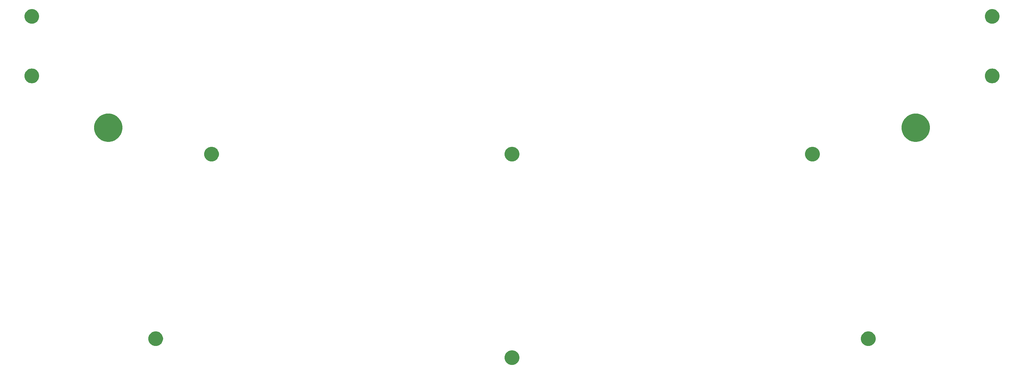
<source format=gts>
G04 #@! TF.GenerationSoftware,KiCad,Pcbnew,(5.1.5)-3*
G04 #@! TF.CreationDate,2020-03-22T13:43:00+11:00*
G04 #@! TF.ProjectId,discipline-pcb,64697363-6970-46c6-996e-652d7063622e,rev?*
G04 #@! TF.SameCoordinates,Original*
G04 #@! TF.FileFunction,Soldermask,Top*
G04 #@! TF.FilePolarity,Negative*
%FSLAX46Y46*%
G04 Gerber Fmt 4.6, Leading zero omitted, Abs format (unit mm)*
G04 Created by KiCad (PCBNEW (5.1.5)-3) date 2020-03-22 13:43:00*
%MOMM*%
%LPD*%
G04 APERTURE LIST*
%ADD10C,0.100000*%
G04 APERTURE END LIST*
D10*
G36*
X213265759Y-159965516D02*
G01*
X213646472Y-160041244D01*
X214056128Y-160210929D01*
X214424808Y-160457274D01*
X214738345Y-160770811D01*
X214984690Y-161139491D01*
X215154375Y-161549147D01*
X215240879Y-161984036D01*
X215240879Y-162427444D01*
X215154375Y-162862333D01*
X214984690Y-163271989D01*
X214738345Y-163640669D01*
X214424808Y-163954206D01*
X214056128Y-164200551D01*
X213646472Y-164370236D01*
X213265759Y-164445964D01*
X213211584Y-164456740D01*
X212768174Y-164456740D01*
X212713999Y-164445964D01*
X212333286Y-164370236D01*
X211923630Y-164200551D01*
X211554950Y-163954206D01*
X211241413Y-163640669D01*
X210995068Y-163271989D01*
X210825383Y-162862333D01*
X210738879Y-162427444D01*
X210738879Y-161984036D01*
X210825383Y-161549147D01*
X210995068Y-161139491D01*
X211241413Y-160770811D01*
X211554950Y-160457274D01*
X211923630Y-160210929D01*
X212333286Y-160041244D01*
X212713999Y-159965516D01*
X212768174Y-159954740D01*
X213211584Y-159954740D01*
X213265759Y-159965516D01*
G37*
G36*
X322913217Y-154154366D02*
G01*
X323293930Y-154230094D01*
X323703586Y-154399779D01*
X324072266Y-154646124D01*
X324385803Y-154959661D01*
X324632148Y-155328341D01*
X324801833Y-155737997D01*
X324888337Y-156172886D01*
X324888337Y-156616294D01*
X324801833Y-157051183D01*
X324632148Y-157460839D01*
X324385803Y-157829519D01*
X324072266Y-158143056D01*
X323703586Y-158389401D01*
X323293930Y-158559086D01*
X322913217Y-158634814D01*
X322859042Y-158645590D01*
X322415632Y-158645590D01*
X322361457Y-158634814D01*
X321980744Y-158559086D01*
X321571088Y-158389401D01*
X321202408Y-158143056D01*
X320888871Y-157829519D01*
X320642526Y-157460839D01*
X320472841Y-157051183D01*
X320386337Y-156616294D01*
X320386337Y-156172886D01*
X320472841Y-155737997D01*
X320642526Y-155328341D01*
X320888871Y-154959661D01*
X321202408Y-154646124D01*
X321571088Y-154399779D01*
X321980744Y-154230094D01*
X322361457Y-154154366D01*
X322415632Y-154143590D01*
X322859042Y-154143590D01*
X322913217Y-154154366D01*
G37*
G36*
X103618302Y-154154366D02*
G01*
X103999015Y-154230094D01*
X104408671Y-154399779D01*
X104777351Y-154646124D01*
X105090888Y-154959661D01*
X105337233Y-155328341D01*
X105506918Y-155737997D01*
X105593422Y-156172886D01*
X105593422Y-156616294D01*
X105506918Y-157051183D01*
X105337233Y-157460839D01*
X105090888Y-157829519D01*
X104777351Y-158143056D01*
X104408671Y-158389401D01*
X103999015Y-158559086D01*
X103618302Y-158634814D01*
X103564127Y-158645590D01*
X103120717Y-158645590D01*
X103066542Y-158634814D01*
X102685829Y-158559086D01*
X102276173Y-158389401D01*
X101907493Y-158143056D01*
X101593956Y-157829519D01*
X101347611Y-157460839D01*
X101177926Y-157051183D01*
X101091422Y-156616294D01*
X101091422Y-156172886D01*
X101177926Y-155737997D01*
X101347611Y-155328341D01*
X101593956Y-154959661D01*
X101907493Y-154646124D01*
X102276173Y-154399779D01*
X102685829Y-154230094D01*
X103066542Y-154154366D01*
X103120717Y-154143590D01*
X103564127Y-154143590D01*
X103618302Y-154154366D01*
G37*
G36*
X120807137Y-97310400D02*
G01*
X121187850Y-97386128D01*
X121597506Y-97555813D01*
X121966186Y-97802158D01*
X122279723Y-98115695D01*
X122526068Y-98484375D01*
X122695753Y-98894031D01*
X122782257Y-99328920D01*
X122782257Y-99772328D01*
X122695753Y-100207217D01*
X122526068Y-100616873D01*
X122279723Y-100985553D01*
X121966186Y-101299090D01*
X121597506Y-101545435D01*
X121187850Y-101715120D01*
X120807137Y-101790848D01*
X120752962Y-101801624D01*
X120309552Y-101801624D01*
X120255377Y-101790848D01*
X119874664Y-101715120D01*
X119465008Y-101545435D01*
X119096328Y-101299090D01*
X118782791Y-100985553D01*
X118536446Y-100616873D01*
X118366761Y-100207217D01*
X118280257Y-99772328D01*
X118280257Y-99328920D01*
X118366761Y-98894031D01*
X118536446Y-98484375D01*
X118782791Y-98115695D01*
X119096328Y-97802158D01*
X119465008Y-97555813D01*
X119874664Y-97386128D01*
X120255377Y-97310400D01*
X120309552Y-97299624D01*
X120752962Y-97299624D01*
X120807137Y-97310400D01*
G37*
G36*
X213265759Y-97310400D02*
G01*
X213646472Y-97386128D01*
X214056128Y-97555813D01*
X214424808Y-97802158D01*
X214738345Y-98115695D01*
X214984690Y-98484375D01*
X215154375Y-98894031D01*
X215240879Y-99328920D01*
X215240879Y-99772328D01*
X215154375Y-100207217D01*
X214984690Y-100616873D01*
X214738345Y-100985553D01*
X214424808Y-101299090D01*
X214056128Y-101545435D01*
X213646472Y-101715120D01*
X213265759Y-101790848D01*
X213211584Y-101801624D01*
X212768174Y-101801624D01*
X212713999Y-101790848D01*
X212333286Y-101715120D01*
X211923630Y-101545435D01*
X211554950Y-101299090D01*
X211241413Y-100985553D01*
X210995068Y-100616873D01*
X210825383Y-100207217D01*
X210738879Y-99772328D01*
X210738879Y-99328920D01*
X210825383Y-98894031D01*
X210995068Y-98484375D01*
X211241413Y-98115695D01*
X211554950Y-97802158D01*
X211923630Y-97555813D01*
X212333286Y-97386128D01*
X212713999Y-97310400D01*
X212768174Y-97299624D01*
X213211584Y-97299624D01*
X213265759Y-97310400D01*
G37*
G36*
X305724382Y-97310400D02*
G01*
X306105095Y-97386128D01*
X306514751Y-97555813D01*
X306883431Y-97802158D01*
X307196968Y-98115695D01*
X307443313Y-98484375D01*
X307612998Y-98894031D01*
X307699502Y-99328920D01*
X307699502Y-99772328D01*
X307612998Y-100207217D01*
X307443313Y-100616873D01*
X307196968Y-100985553D01*
X306883431Y-101299090D01*
X306514751Y-101545435D01*
X306105095Y-101715120D01*
X305724382Y-101790848D01*
X305670207Y-101801624D01*
X305226797Y-101801624D01*
X305172622Y-101790848D01*
X304791909Y-101715120D01*
X304382253Y-101545435D01*
X304013573Y-101299090D01*
X303700036Y-100985553D01*
X303453691Y-100616873D01*
X303284006Y-100207217D01*
X303197502Y-99772328D01*
X303197502Y-99328920D01*
X303284006Y-98894031D01*
X303453691Y-98484375D01*
X303700036Y-98115695D01*
X304013573Y-97802158D01*
X304382253Y-97555813D01*
X304791909Y-97386128D01*
X305172622Y-97310400D01*
X305226797Y-97299624D01*
X305670207Y-97299624D01*
X305724382Y-97310400D01*
G37*
G36*
X89298012Y-87082346D02*
G01*
X90018996Y-87225758D01*
X90810828Y-87553745D01*
X91523457Y-88029909D01*
X92129499Y-88635951D01*
X92605663Y-89348580D01*
X92933650Y-90140412D01*
X93100856Y-90981016D01*
X93100856Y-91838088D01*
X92933650Y-92678692D01*
X92605663Y-93470524D01*
X92129499Y-94183153D01*
X91523457Y-94789195D01*
X90810828Y-95265359D01*
X90018996Y-95593346D01*
X89298012Y-95736758D01*
X89178393Y-95760552D01*
X88321319Y-95760552D01*
X88201700Y-95736758D01*
X87480716Y-95593346D01*
X86688884Y-95265359D01*
X85976255Y-94789195D01*
X85370213Y-94183153D01*
X84894049Y-93470524D01*
X84566062Y-92678692D01*
X84398856Y-91838088D01*
X84398856Y-90981016D01*
X84566062Y-90140412D01*
X84894049Y-89348580D01*
X85370213Y-88635951D01*
X85976255Y-88029909D01*
X86688884Y-87553745D01*
X87480716Y-87225758D01*
X88201700Y-87082346D01*
X88321319Y-87058552D01*
X89178393Y-87058552D01*
X89298012Y-87082346D01*
G37*
G36*
X337778059Y-87082346D02*
G01*
X338499043Y-87225758D01*
X339290875Y-87553745D01*
X340003504Y-88029909D01*
X340609546Y-88635951D01*
X341085710Y-89348580D01*
X341413697Y-90140412D01*
X341580903Y-90981016D01*
X341580903Y-91838088D01*
X341413697Y-92678692D01*
X341085710Y-93470524D01*
X340609546Y-94183153D01*
X340003504Y-94789195D01*
X339290875Y-95265359D01*
X338499043Y-95593346D01*
X337778059Y-95736758D01*
X337658440Y-95760552D01*
X336801366Y-95760552D01*
X336681747Y-95736758D01*
X335960763Y-95593346D01*
X335168931Y-95265359D01*
X334456302Y-94789195D01*
X333850260Y-94183153D01*
X333374096Y-93470524D01*
X333046109Y-92678692D01*
X332878903Y-91838088D01*
X332878903Y-90981016D01*
X333046109Y-90140412D01*
X333374096Y-89348580D01*
X333850260Y-88635951D01*
X334456302Y-88029909D01*
X335168931Y-87553745D01*
X335960763Y-87225758D01*
X336681747Y-87082346D01*
X336801366Y-87058552D01*
X337658440Y-87058552D01*
X337778059Y-87082346D01*
G37*
G36*
X65508384Y-73228649D02*
G01*
X65889097Y-73304377D01*
X66298753Y-73474062D01*
X66667433Y-73720407D01*
X66980970Y-74033944D01*
X67227315Y-74402624D01*
X67397000Y-74812280D01*
X67483504Y-75247169D01*
X67483504Y-75690577D01*
X67397000Y-76125466D01*
X67227315Y-76535122D01*
X66980970Y-76903802D01*
X66667433Y-77217339D01*
X66298753Y-77463684D01*
X65889097Y-77633369D01*
X65508384Y-77709097D01*
X65454209Y-77719873D01*
X65010799Y-77719873D01*
X64956624Y-77709097D01*
X64575911Y-77633369D01*
X64166255Y-77463684D01*
X63797575Y-77217339D01*
X63484038Y-76903802D01*
X63237693Y-76535122D01*
X63068008Y-76125466D01*
X62981504Y-75690577D01*
X62981504Y-75247169D01*
X63068008Y-74812280D01*
X63237693Y-74402624D01*
X63484038Y-74033944D01*
X63797575Y-73720407D01*
X64166255Y-73474062D01*
X64575911Y-73304377D01*
X64956624Y-73228649D01*
X65010799Y-73217873D01*
X65454209Y-73217873D01*
X65508384Y-73228649D01*
G37*
G36*
X361023135Y-73228649D02*
G01*
X361403848Y-73304377D01*
X361813504Y-73474062D01*
X362182184Y-73720407D01*
X362495721Y-74033944D01*
X362742066Y-74402624D01*
X362911751Y-74812280D01*
X362998255Y-75247169D01*
X362998255Y-75690577D01*
X362911751Y-76125466D01*
X362742066Y-76535122D01*
X362495721Y-76903802D01*
X362182184Y-77217339D01*
X361813504Y-77463684D01*
X361403848Y-77633369D01*
X361023135Y-77709097D01*
X360968960Y-77719873D01*
X360525550Y-77719873D01*
X360471375Y-77709097D01*
X360090662Y-77633369D01*
X359681006Y-77463684D01*
X359312326Y-77217339D01*
X358998789Y-76903802D01*
X358752444Y-76535122D01*
X358582759Y-76125466D01*
X358496255Y-75690577D01*
X358496255Y-75247169D01*
X358582759Y-74812280D01*
X358752444Y-74402624D01*
X358998789Y-74033944D01*
X359312326Y-73720407D01*
X359681006Y-73474062D01*
X360090662Y-73304377D01*
X360471375Y-73228649D01*
X360525550Y-73217873D01*
X360968960Y-73217873D01*
X361023135Y-73228649D01*
G37*
G36*
X361023135Y-54906936D02*
G01*
X361403848Y-54982664D01*
X361813504Y-55152349D01*
X362182184Y-55398694D01*
X362495721Y-55712231D01*
X362742066Y-56080911D01*
X362911751Y-56490567D01*
X362998255Y-56925456D01*
X362998255Y-57368864D01*
X362911751Y-57803753D01*
X362742066Y-58213409D01*
X362495721Y-58582089D01*
X362182184Y-58895626D01*
X361813504Y-59141971D01*
X361403848Y-59311656D01*
X361023135Y-59387384D01*
X360968960Y-59398160D01*
X360525550Y-59398160D01*
X360471375Y-59387384D01*
X360090662Y-59311656D01*
X359681006Y-59141971D01*
X359312326Y-58895626D01*
X358998789Y-58582089D01*
X358752444Y-58213409D01*
X358582759Y-57803753D01*
X358496255Y-57368864D01*
X358496255Y-56925456D01*
X358582759Y-56490567D01*
X358752444Y-56080911D01*
X358998789Y-55712231D01*
X359312326Y-55398694D01*
X359681006Y-55152349D01*
X360090662Y-54982664D01*
X360471375Y-54906936D01*
X360525550Y-54896160D01*
X360968960Y-54896160D01*
X361023135Y-54906936D01*
G37*
G36*
X65508384Y-54906936D02*
G01*
X65889097Y-54982664D01*
X66298753Y-55152349D01*
X66667433Y-55398694D01*
X66980970Y-55712231D01*
X67227315Y-56080911D01*
X67397000Y-56490567D01*
X67483504Y-56925456D01*
X67483504Y-57368864D01*
X67397000Y-57803753D01*
X67227315Y-58213409D01*
X66980970Y-58582089D01*
X66667433Y-58895626D01*
X66298753Y-59141971D01*
X65889097Y-59311656D01*
X65508384Y-59387384D01*
X65454209Y-59398160D01*
X65010799Y-59398160D01*
X64956624Y-59387384D01*
X64575911Y-59311656D01*
X64166255Y-59141971D01*
X63797575Y-58895626D01*
X63484038Y-58582089D01*
X63237693Y-58213409D01*
X63068008Y-57803753D01*
X62981504Y-57368864D01*
X62981504Y-56925456D01*
X63068008Y-56490567D01*
X63237693Y-56080911D01*
X63484038Y-55712231D01*
X63797575Y-55398694D01*
X64166255Y-55152349D01*
X64575911Y-54982664D01*
X64956624Y-54906936D01*
X65010799Y-54896160D01*
X65454209Y-54896160D01*
X65508384Y-54906936D01*
G37*
M02*

</source>
